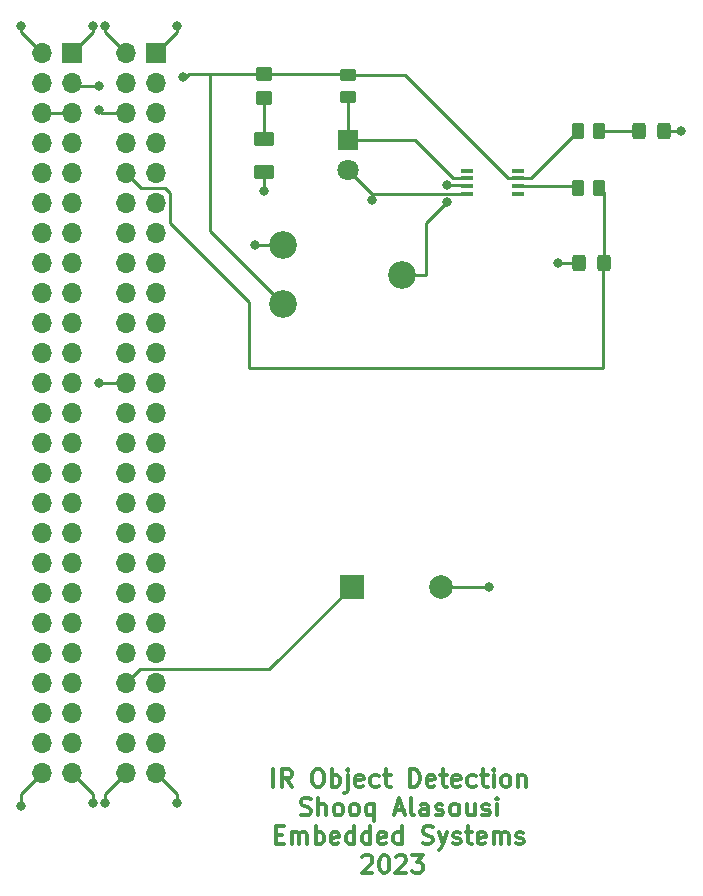
<source format=gbr>
%TF.GenerationSoftware,KiCad,Pcbnew,7.0.1*%
%TF.CreationDate,2023-06-06T22:13:03-06:00*%
%TF.ProjectId,CarSensor,43617253-656e-4736-9f72-2e6b69636164,rev?*%
%TF.SameCoordinates,Original*%
%TF.FileFunction,Copper,L1,Top*%
%TF.FilePolarity,Positive*%
%FSLAX46Y46*%
G04 Gerber Fmt 4.6, Leading zero omitted, Abs format (unit mm)*
G04 Created by KiCad (PCBNEW 7.0.1) date 2023-06-06 22:13:03*
%MOMM*%
%LPD*%
G01*
G04 APERTURE LIST*
G04 Aperture macros list*
%AMRoundRect*
0 Rectangle with rounded corners*
0 $1 Rounding radius*
0 $2 $3 $4 $5 $6 $7 $8 $9 X,Y pos of 4 corners*
0 Add a 4 corners polygon primitive as box body*
4,1,4,$2,$3,$4,$5,$6,$7,$8,$9,$2,$3,0*
0 Add four circle primitives for the rounded corners*
1,1,$1+$1,$2,$3*
1,1,$1+$1,$4,$5*
1,1,$1+$1,$6,$7*
1,1,$1+$1,$8,$9*
0 Add four rect primitives between the rounded corners*
20,1,$1+$1,$2,$3,$4,$5,0*
20,1,$1+$1,$4,$5,$6,$7,0*
20,1,$1+$1,$6,$7,$8,$9,0*
20,1,$1+$1,$8,$9,$2,$3,0*%
G04 Aperture macros list end*
%ADD10C,0.300000*%
%TA.AperFunction,NonConductor*%
%ADD11C,0.300000*%
%TD*%
%TA.AperFunction,SMDPad,CuDef*%
%ADD12R,1.100000X0.400000*%
%TD*%
%TA.AperFunction,ComponentPad*%
%ADD13C,2.340000*%
%TD*%
%TA.AperFunction,SMDPad,CuDef*%
%ADD14RoundRect,0.250000X-0.262500X-0.450000X0.262500X-0.450000X0.262500X0.450000X-0.262500X0.450000X0*%
%TD*%
%TA.AperFunction,SMDPad,CuDef*%
%ADD15RoundRect,0.250000X-0.450000X0.262500X-0.450000X-0.262500X0.450000X-0.262500X0.450000X0.262500X0*%
%TD*%
%TA.AperFunction,SMDPad,CuDef*%
%ADD16RoundRect,0.250000X-0.450000X0.350000X-0.450000X-0.350000X0.450000X-0.350000X0.450000X0.350000X0*%
%TD*%
%TA.AperFunction,ComponentPad*%
%ADD17R,1.700000X1.700000*%
%TD*%
%TA.AperFunction,ComponentPad*%
%ADD18O,1.700000X1.700000*%
%TD*%
%TA.AperFunction,SMDPad,CuDef*%
%ADD19RoundRect,0.250000X0.325000X0.450000X-0.325000X0.450000X-0.325000X-0.450000X0.325000X-0.450000X0*%
%TD*%
%TA.AperFunction,SMDPad,CuDef*%
%ADD20RoundRect,0.250000X-0.325000X-0.450000X0.325000X-0.450000X0.325000X0.450000X-0.325000X0.450000X0*%
%TD*%
%TA.AperFunction,ComponentPad*%
%ADD21C,1.800000*%
%TD*%
%TA.AperFunction,ComponentPad*%
%ADD22R,1.800000X1.800000*%
%TD*%
%TA.AperFunction,SMDPad,CuDef*%
%ADD23RoundRect,0.250000X0.625000X-0.375000X0.625000X0.375000X-0.625000X0.375000X-0.625000X-0.375000X0*%
%TD*%
%TA.AperFunction,ComponentPad*%
%ADD24R,2.000000X2.000000*%
%TD*%
%TA.AperFunction,ComponentPad*%
%ADD25C,2.000000*%
%TD*%
%TA.AperFunction,ViaPad*%
%ADD26C,0.800000*%
%TD*%
%TA.AperFunction,Conductor*%
%ADD27C,0.250000*%
%TD*%
G04 APERTURE END LIST*
D10*
D11*
X112765428Y-113430428D02*
X112765428Y-111930428D01*
X114336857Y-113430428D02*
X113836857Y-112716142D01*
X113479714Y-113430428D02*
X113479714Y-111930428D01*
X113479714Y-111930428D02*
X114051143Y-111930428D01*
X114051143Y-111930428D02*
X114194000Y-112001857D01*
X114194000Y-112001857D02*
X114265429Y-112073285D01*
X114265429Y-112073285D02*
X114336857Y-112216142D01*
X114336857Y-112216142D02*
X114336857Y-112430428D01*
X114336857Y-112430428D02*
X114265429Y-112573285D01*
X114265429Y-112573285D02*
X114194000Y-112644714D01*
X114194000Y-112644714D02*
X114051143Y-112716142D01*
X114051143Y-112716142D02*
X113479714Y-112716142D01*
X116408286Y-111930428D02*
X116694000Y-111930428D01*
X116694000Y-111930428D02*
X116836857Y-112001857D01*
X116836857Y-112001857D02*
X116979714Y-112144714D01*
X116979714Y-112144714D02*
X117051143Y-112430428D01*
X117051143Y-112430428D02*
X117051143Y-112930428D01*
X117051143Y-112930428D02*
X116979714Y-113216142D01*
X116979714Y-113216142D02*
X116836857Y-113359000D01*
X116836857Y-113359000D02*
X116694000Y-113430428D01*
X116694000Y-113430428D02*
X116408286Y-113430428D01*
X116408286Y-113430428D02*
X116265429Y-113359000D01*
X116265429Y-113359000D02*
X116122571Y-113216142D01*
X116122571Y-113216142D02*
X116051143Y-112930428D01*
X116051143Y-112930428D02*
X116051143Y-112430428D01*
X116051143Y-112430428D02*
X116122571Y-112144714D01*
X116122571Y-112144714D02*
X116265429Y-112001857D01*
X116265429Y-112001857D02*
X116408286Y-111930428D01*
X117694000Y-113430428D02*
X117694000Y-111930428D01*
X117694000Y-112501857D02*
X117836858Y-112430428D01*
X117836858Y-112430428D02*
X118122572Y-112430428D01*
X118122572Y-112430428D02*
X118265429Y-112501857D01*
X118265429Y-112501857D02*
X118336858Y-112573285D01*
X118336858Y-112573285D02*
X118408286Y-112716142D01*
X118408286Y-112716142D02*
X118408286Y-113144714D01*
X118408286Y-113144714D02*
X118336858Y-113287571D01*
X118336858Y-113287571D02*
X118265429Y-113359000D01*
X118265429Y-113359000D02*
X118122572Y-113430428D01*
X118122572Y-113430428D02*
X117836858Y-113430428D01*
X117836858Y-113430428D02*
X117694000Y-113359000D01*
X119051143Y-112430428D02*
X119051143Y-113716142D01*
X119051143Y-113716142D02*
X118979715Y-113859000D01*
X118979715Y-113859000D02*
X118836858Y-113930428D01*
X118836858Y-113930428D02*
X118765429Y-113930428D01*
X119051143Y-111930428D02*
X118979715Y-112001857D01*
X118979715Y-112001857D02*
X119051143Y-112073285D01*
X119051143Y-112073285D02*
X119122572Y-112001857D01*
X119122572Y-112001857D02*
X119051143Y-111930428D01*
X119051143Y-111930428D02*
X119051143Y-112073285D01*
X120336858Y-113359000D02*
X120194001Y-113430428D01*
X120194001Y-113430428D02*
X119908287Y-113430428D01*
X119908287Y-113430428D02*
X119765429Y-113359000D01*
X119765429Y-113359000D02*
X119694001Y-113216142D01*
X119694001Y-113216142D02*
X119694001Y-112644714D01*
X119694001Y-112644714D02*
X119765429Y-112501857D01*
X119765429Y-112501857D02*
X119908287Y-112430428D01*
X119908287Y-112430428D02*
X120194001Y-112430428D01*
X120194001Y-112430428D02*
X120336858Y-112501857D01*
X120336858Y-112501857D02*
X120408287Y-112644714D01*
X120408287Y-112644714D02*
X120408287Y-112787571D01*
X120408287Y-112787571D02*
X119694001Y-112930428D01*
X121694001Y-113359000D02*
X121551143Y-113430428D01*
X121551143Y-113430428D02*
X121265429Y-113430428D01*
X121265429Y-113430428D02*
X121122572Y-113359000D01*
X121122572Y-113359000D02*
X121051143Y-113287571D01*
X121051143Y-113287571D02*
X120979715Y-113144714D01*
X120979715Y-113144714D02*
X120979715Y-112716142D01*
X120979715Y-112716142D02*
X121051143Y-112573285D01*
X121051143Y-112573285D02*
X121122572Y-112501857D01*
X121122572Y-112501857D02*
X121265429Y-112430428D01*
X121265429Y-112430428D02*
X121551143Y-112430428D01*
X121551143Y-112430428D02*
X121694001Y-112501857D01*
X122122572Y-112430428D02*
X122694000Y-112430428D01*
X122336857Y-111930428D02*
X122336857Y-113216142D01*
X122336857Y-113216142D02*
X122408286Y-113359000D01*
X122408286Y-113359000D02*
X122551143Y-113430428D01*
X122551143Y-113430428D02*
X122694000Y-113430428D01*
X124336857Y-113430428D02*
X124336857Y-111930428D01*
X124336857Y-111930428D02*
X124694000Y-111930428D01*
X124694000Y-111930428D02*
X124908286Y-112001857D01*
X124908286Y-112001857D02*
X125051143Y-112144714D01*
X125051143Y-112144714D02*
X125122572Y-112287571D01*
X125122572Y-112287571D02*
X125194000Y-112573285D01*
X125194000Y-112573285D02*
X125194000Y-112787571D01*
X125194000Y-112787571D02*
X125122572Y-113073285D01*
X125122572Y-113073285D02*
X125051143Y-113216142D01*
X125051143Y-113216142D02*
X124908286Y-113359000D01*
X124908286Y-113359000D02*
X124694000Y-113430428D01*
X124694000Y-113430428D02*
X124336857Y-113430428D01*
X126408286Y-113359000D02*
X126265429Y-113430428D01*
X126265429Y-113430428D02*
X125979715Y-113430428D01*
X125979715Y-113430428D02*
X125836857Y-113359000D01*
X125836857Y-113359000D02*
X125765429Y-113216142D01*
X125765429Y-113216142D02*
X125765429Y-112644714D01*
X125765429Y-112644714D02*
X125836857Y-112501857D01*
X125836857Y-112501857D02*
X125979715Y-112430428D01*
X125979715Y-112430428D02*
X126265429Y-112430428D01*
X126265429Y-112430428D02*
X126408286Y-112501857D01*
X126408286Y-112501857D02*
X126479715Y-112644714D01*
X126479715Y-112644714D02*
X126479715Y-112787571D01*
X126479715Y-112787571D02*
X125765429Y-112930428D01*
X126908286Y-112430428D02*
X127479714Y-112430428D01*
X127122571Y-111930428D02*
X127122571Y-113216142D01*
X127122571Y-113216142D02*
X127194000Y-113359000D01*
X127194000Y-113359000D02*
X127336857Y-113430428D01*
X127336857Y-113430428D02*
X127479714Y-113430428D01*
X128551143Y-113359000D02*
X128408286Y-113430428D01*
X128408286Y-113430428D02*
X128122572Y-113430428D01*
X128122572Y-113430428D02*
X127979714Y-113359000D01*
X127979714Y-113359000D02*
X127908286Y-113216142D01*
X127908286Y-113216142D02*
X127908286Y-112644714D01*
X127908286Y-112644714D02*
X127979714Y-112501857D01*
X127979714Y-112501857D02*
X128122572Y-112430428D01*
X128122572Y-112430428D02*
X128408286Y-112430428D01*
X128408286Y-112430428D02*
X128551143Y-112501857D01*
X128551143Y-112501857D02*
X128622572Y-112644714D01*
X128622572Y-112644714D02*
X128622572Y-112787571D01*
X128622572Y-112787571D02*
X127908286Y-112930428D01*
X129908286Y-113359000D02*
X129765428Y-113430428D01*
X129765428Y-113430428D02*
X129479714Y-113430428D01*
X129479714Y-113430428D02*
X129336857Y-113359000D01*
X129336857Y-113359000D02*
X129265428Y-113287571D01*
X129265428Y-113287571D02*
X129194000Y-113144714D01*
X129194000Y-113144714D02*
X129194000Y-112716142D01*
X129194000Y-112716142D02*
X129265428Y-112573285D01*
X129265428Y-112573285D02*
X129336857Y-112501857D01*
X129336857Y-112501857D02*
X129479714Y-112430428D01*
X129479714Y-112430428D02*
X129765428Y-112430428D01*
X129765428Y-112430428D02*
X129908286Y-112501857D01*
X130336857Y-112430428D02*
X130908285Y-112430428D01*
X130551142Y-111930428D02*
X130551142Y-113216142D01*
X130551142Y-113216142D02*
X130622571Y-113359000D01*
X130622571Y-113359000D02*
X130765428Y-113430428D01*
X130765428Y-113430428D02*
X130908285Y-113430428D01*
X131408285Y-113430428D02*
X131408285Y-112430428D01*
X131408285Y-111930428D02*
X131336857Y-112001857D01*
X131336857Y-112001857D02*
X131408285Y-112073285D01*
X131408285Y-112073285D02*
X131479714Y-112001857D01*
X131479714Y-112001857D02*
X131408285Y-111930428D01*
X131408285Y-111930428D02*
X131408285Y-112073285D01*
X132336857Y-113430428D02*
X132194000Y-113359000D01*
X132194000Y-113359000D02*
X132122571Y-113287571D01*
X132122571Y-113287571D02*
X132051143Y-113144714D01*
X132051143Y-113144714D02*
X132051143Y-112716142D01*
X132051143Y-112716142D02*
X132122571Y-112573285D01*
X132122571Y-112573285D02*
X132194000Y-112501857D01*
X132194000Y-112501857D02*
X132336857Y-112430428D01*
X132336857Y-112430428D02*
X132551143Y-112430428D01*
X132551143Y-112430428D02*
X132694000Y-112501857D01*
X132694000Y-112501857D02*
X132765429Y-112573285D01*
X132765429Y-112573285D02*
X132836857Y-112716142D01*
X132836857Y-112716142D02*
X132836857Y-113144714D01*
X132836857Y-113144714D02*
X132765429Y-113287571D01*
X132765429Y-113287571D02*
X132694000Y-113359000D01*
X132694000Y-113359000D02*
X132551143Y-113430428D01*
X132551143Y-113430428D02*
X132336857Y-113430428D01*
X133479714Y-112430428D02*
X133479714Y-113430428D01*
X133479714Y-112573285D02*
X133551143Y-112501857D01*
X133551143Y-112501857D02*
X133694000Y-112430428D01*
X133694000Y-112430428D02*
X133908286Y-112430428D01*
X133908286Y-112430428D02*
X134051143Y-112501857D01*
X134051143Y-112501857D02*
X134122572Y-112644714D01*
X134122572Y-112644714D02*
X134122572Y-113430428D01*
X115086857Y-115789000D02*
X115301143Y-115860428D01*
X115301143Y-115860428D02*
X115658285Y-115860428D01*
X115658285Y-115860428D02*
X115801143Y-115789000D01*
X115801143Y-115789000D02*
X115872571Y-115717571D01*
X115872571Y-115717571D02*
X115944000Y-115574714D01*
X115944000Y-115574714D02*
X115944000Y-115431857D01*
X115944000Y-115431857D02*
X115872571Y-115289000D01*
X115872571Y-115289000D02*
X115801143Y-115217571D01*
X115801143Y-115217571D02*
X115658285Y-115146142D01*
X115658285Y-115146142D02*
X115372571Y-115074714D01*
X115372571Y-115074714D02*
X115229714Y-115003285D01*
X115229714Y-115003285D02*
X115158285Y-114931857D01*
X115158285Y-114931857D02*
X115086857Y-114789000D01*
X115086857Y-114789000D02*
X115086857Y-114646142D01*
X115086857Y-114646142D02*
X115158285Y-114503285D01*
X115158285Y-114503285D02*
X115229714Y-114431857D01*
X115229714Y-114431857D02*
X115372571Y-114360428D01*
X115372571Y-114360428D02*
X115729714Y-114360428D01*
X115729714Y-114360428D02*
X115944000Y-114431857D01*
X116586856Y-115860428D02*
X116586856Y-114360428D01*
X117229714Y-115860428D02*
X117229714Y-115074714D01*
X117229714Y-115074714D02*
X117158285Y-114931857D01*
X117158285Y-114931857D02*
X117015428Y-114860428D01*
X117015428Y-114860428D02*
X116801142Y-114860428D01*
X116801142Y-114860428D02*
X116658285Y-114931857D01*
X116658285Y-114931857D02*
X116586856Y-115003285D01*
X118158285Y-115860428D02*
X118015428Y-115789000D01*
X118015428Y-115789000D02*
X117943999Y-115717571D01*
X117943999Y-115717571D02*
X117872571Y-115574714D01*
X117872571Y-115574714D02*
X117872571Y-115146142D01*
X117872571Y-115146142D02*
X117943999Y-115003285D01*
X117943999Y-115003285D02*
X118015428Y-114931857D01*
X118015428Y-114931857D02*
X118158285Y-114860428D01*
X118158285Y-114860428D02*
X118372571Y-114860428D01*
X118372571Y-114860428D02*
X118515428Y-114931857D01*
X118515428Y-114931857D02*
X118586857Y-115003285D01*
X118586857Y-115003285D02*
X118658285Y-115146142D01*
X118658285Y-115146142D02*
X118658285Y-115574714D01*
X118658285Y-115574714D02*
X118586857Y-115717571D01*
X118586857Y-115717571D02*
X118515428Y-115789000D01*
X118515428Y-115789000D02*
X118372571Y-115860428D01*
X118372571Y-115860428D02*
X118158285Y-115860428D01*
X119515428Y-115860428D02*
X119372571Y-115789000D01*
X119372571Y-115789000D02*
X119301142Y-115717571D01*
X119301142Y-115717571D02*
X119229714Y-115574714D01*
X119229714Y-115574714D02*
X119229714Y-115146142D01*
X119229714Y-115146142D02*
X119301142Y-115003285D01*
X119301142Y-115003285D02*
X119372571Y-114931857D01*
X119372571Y-114931857D02*
X119515428Y-114860428D01*
X119515428Y-114860428D02*
X119729714Y-114860428D01*
X119729714Y-114860428D02*
X119872571Y-114931857D01*
X119872571Y-114931857D02*
X119944000Y-115003285D01*
X119944000Y-115003285D02*
X120015428Y-115146142D01*
X120015428Y-115146142D02*
X120015428Y-115574714D01*
X120015428Y-115574714D02*
X119944000Y-115717571D01*
X119944000Y-115717571D02*
X119872571Y-115789000D01*
X119872571Y-115789000D02*
X119729714Y-115860428D01*
X119729714Y-115860428D02*
X119515428Y-115860428D01*
X121301143Y-114860428D02*
X121301143Y-116360428D01*
X121301143Y-115789000D02*
X121158285Y-115860428D01*
X121158285Y-115860428D02*
X120872571Y-115860428D01*
X120872571Y-115860428D02*
X120729714Y-115789000D01*
X120729714Y-115789000D02*
X120658285Y-115717571D01*
X120658285Y-115717571D02*
X120586857Y-115574714D01*
X120586857Y-115574714D02*
X120586857Y-115146142D01*
X120586857Y-115146142D02*
X120658285Y-115003285D01*
X120658285Y-115003285D02*
X120729714Y-114931857D01*
X120729714Y-114931857D02*
X120872571Y-114860428D01*
X120872571Y-114860428D02*
X121158285Y-114860428D01*
X121158285Y-114860428D02*
X121301143Y-114931857D01*
X123086857Y-115431857D02*
X123801143Y-115431857D01*
X122944000Y-115860428D02*
X123444000Y-114360428D01*
X123444000Y-114360428D02*
X123944000Y-115860428D01*
X124658285Y-115860428D02*
X124515428Y-115789000D01*
X124515428Y-115789000D02*
X124443999Y-115646142D01*
X124443999Y-115646142D02*
X124443999Y-114360428D01*
X125872571Y-115860428D02*
X125872571Y-115074714D01*
X125872571Y-115074714D02*
X125801142Y-114931857D01*
X125801142Y-114931857D02*
X125658285Y-114860428D01*
X125658285Y-114860428D02*
X125372571Y-114860428D01*
X125372571Y-114860428D02*
X125229713Y-114931857D01*
X125872571Y-115789000D02*
X125729713Y-115860428D01*
X125729713Y-115860428D02*
X125372571Y-115860428D01*
X125372571Y-115860428D02*
X125229713Y-115789000D01*
X125229713Y-115789000D02*
X125158285Y-115646142D01*
X125158285Y-115646142D02*
X125158285Y-115503285D01*
X125158285Y-115503285D02*
X125229713Y-115360428D01*
X125229713Y-115360428D02*
X125372571Y-115289000D01*
X125372571Y-115289000D02*
X125729713Y-115289000D01*
X125729713Y-115289000D02*
X125872571Y-115217571D01*
X126515428Y-115789000D02*
X126658285Y-115860428D01*
X126658285Y-115860428D02*
X126943999Y-115860428D01*
X126943999Y-115860428D02*
X127086856Y-115789000D01*
X127086856Y-115789000D02*
X127158285Y-115646142D01*
X127158285Y-115646142D02*
X127158285Y-115574714D01*
X127158285Y-115574714D02*
X127086856Y-115431857D01*
X127086856Y-115431857D02*
X126943999Y-115360428D01*
X126943999Y-115360428D02*
X126729714Y-115360428D01*
X126729714Y-115360428D02*
X126586856Y-115289000D01*
X126586856Y-115289000D02*
X126515428Y-115146142D01*
X126515428Y-115146142D02*
X126515428Y-115074714D01*
X126515428Y-115074714D02*
X126586856Y-114931857D01*
X126586856Y-114931857D02*
X126729714Y-114860428D01*
X126729714Y-114860428D02*
X126943999Y-114860428D01*
X126943999Y-114860428D02*
X127086856Y-114931857D01*
X128015428Y-115860428D02*
X127872571Y-115789000D01*
X127872571Y-115789000D02*
X127801142Y-115717571D01*
X127801142Y-115717571D02*
X127729714Y-115574714D01*
X127729714Y-115574714D02*
X127729714Y-115146142D01*
X127729714Y-115146142D02*
X127801142Y-115003285D01*
X127801142Y-115003285D02*
X127872571Y-114931857D01*
X127872571Y-114931857D02*
X128015428Y-114860428D01*
X128015428Y-114860428D02*
X128229714Y-114860428D01*
X128229714Y-114860428D02*
X128372571Y-114931857D01*
X128372571Y-114931857D02*
X128444000Y-115003285D01*
X128444000Y-115003285D02*
X128515428Y-115146142D01*
X128515428Y-115146142D02*
X128515428Y-115574714D01*
X128515428Y-115574714D02*
X128444000Y-115717571D01*
X128444000Y-115717571D02*
X128372571Y-115789000D01*
X128372571Y-115789000D02*
X128229714Y-115860428D01*
X128229714Y-115860428D02*
X128015428Y-115860428D01*
X129801143Y-114860428D02*
X129801143Y-115860428D01*
X129158285Y-114860428D02*
X129158285Y-115646142D01*
X129158285Y-115646142D02*
X129229714Y-115789000D01*
X129229714Y-115789000D02*
X129372571Y-115860428D01*
X129372571Y-115860428D02*
X129586857Y-115860428D01*
X129586857Y-115860428D02*
X129729714Y-115789000D01*
X129729714Y-115789000D02*
X129801143Y-115717571D01*
X130444000Y-115789000D02*
X130586857Y-115860428D01*
X130586857Y-115860428D02*
X130872571Y-115860428D01*
X130872571Y-115860428D02*
X131015428Y-115789000D01*
X131015428Y-115789000D02*
X131086857Y-115646142D01*
X131086857Y-115646142D02*
X131086857Y-115574714D01*
X131086857Y-115574714D02*
X131015428Y-115431857D01*
X131015428Y-115431857D02*
X130872571Y-115360428D01*
X130872571Y-115360428D02*
X130658286Y-115360428D01*
X130658286Y-115360428D02*
X130515428Y-115289000D01*
X130515428Y-115289000D02*
X130444000Y-115146142D01*
X130444000Y-115146142D02*
X130444000Y-115074714D01*
X130444000Y-115074714D02*
X130515428Y-114931857D01*
X130515428Y-114931857D02*
X130658286Y-114860428D01*
X130658286Y-114860428D02*
X130872571Y-114860428D01*
X130872571Y-114860428D02*
X131015428Y-114931857D01*
X131729714Y-115860428D02*
X131729714Y-114860428D01*
X131729714Y-114360428D02*
X131658286Y-114431857D01*
X131658286Y-114431857D02*
X131729714Y-114503285D01*
X131729714Y-114503285D02*
X131801143Y-114431857D01*
X131801143Y-114431857D02*
X131729714Y-114360428D01*
X131729714Y-114360428D02*
X131729714Y-114503285D01*
X112979714Y-117504714D02*
X113479714Y-117504714D01*
X113694000Y-118290428D02*
X112979714Y-118290428D01*
X112979714Y-118290428D02*
X112979714Y-116790428D01*
X112979714Y-116790428D02*
X113694000Y-116790428D01*
X114336857Y-118290428D02*
X114336857Y-117290428D01*
X114336857Y-117433285D02*
X114408286Y-117361857D01*
X114408286Y-117361857D02*
X114551143Y-117290428D01*
X114551143Y-117290428D02*
X114765429Y-117290428D01*
X114765429Y-117290428D02*
X114908286Y-117361857D01*
X114908286Y-117361857D02*
X114979715Y-117504714D01*
X114979715Y-117504714D02*
X114979715Y-118290428D01*
X114979715Y-117504714D02*
X115051143Y-117361857D01*
X115051143Y-117361857D02*
X115194000Y-117290428D01*
X115194000Y-117290428D02*
X115408286Y-117290428D01*
X115408286Y-117290428D02*
X115551143Y-117361857D01*
X115551143Y-117361857D02*
X115622572Y-117504714D01*
X115622572Y-117504714D02*
X115622572Y-118290428D01*
X116336857Y-118290428D02*
X116336857Y-116790428D01*
X116336857Y-117361857D02*
X116479715Y-117290428D01*
X116479715Y-117290428D02*
X116765429Y-117290428D01*
X116765429Y-117290428D02*
X116908286Y-117361857D01*
X116908286Y-117361857D02*
X116979715Y-117433285D01*
X116979715Y-117433285D02*
X117051143Y-117576142D01*
X117051143Y-117576142D02*
X117051143Y-118004714D01*
X117051143Y-118004714D02*
X116979715Y-118147571D01*
X116979715Y-118147571D02*
X116908286Y-118219000D01*
X116908286Y-118219000D02*
X116765429Y-118290428D01*
X116765429Y-118290428D02*
X116479715Y-118290428D01*
X116479715Y-118290428D02*
X116336857Y-118219000D01*
X118265429Y-118219000D02*
X118122572Y-118290428D01*
X118122572Y-118290428D02*
X117836858Y-118290428D01*
X117836858Y-118290428D02*
X117694000Y-118219000D01*
X117694000Y-118219000D02*
X117622572Y-118076142D01*
X117622572Y-118076142D02*
X117622572Y-117504714D01*
X117622572Y-117504714D02*
X117694000Y-117361857D01*
X117694000Y-117361857D02*
X117836858Y-117290428D01*
X117836858Y-117290428D02*
X118122572Y-117290428D01*
X118122572Y-117290428D02*
X118265429Y-117361857D01*
X118265429Y-117361857D02*
X118336858Y-117504714D01*
X118336858Y-117504714D02*
X118336858Y-117647571D01*
X118336858Y-117647571D02*
X117622572Y-117790428D01*
X119622572Y-118290428D02*
X119622572Y-116790428D01*
X119622572Y-118219000D02*
X119479714Y-118290428D01*
X119479714Y-118290428D02*
X119194000Y-118290428D01*
X119194000Y-118290428D02*
X119051143Y-118219000D01*
X119051143Y-118219000D02*
X118979714Y-118147571D01*
X118979714Y-118147571D02*
X118908286Y-118004714D01*
X118908286Y-118004714D02*
X118908286Y-117576142D01*
X118908286Y-117576142D02*
X118979714Y-117433285D01*
X118979714Y-117433285D02*
X119051143Y-117361857D01*
X119051143Y-117361857D02*
X119194000Y-117290428D01*
X119194000Y-117290428D02*
X119479714Y-117290428D01*
X119479714Y-117290428D02*
X119622572Y-117361857D01*
X120979715Y-118290428D02*
X120979715Y-116790428D01*
X120979715Y-118219000D02*
X120836857Y-118290428D01*
X120836857Y-118290428D02*
X120551143Y-118290428D01*
X120551143Y-118290428D02*
X120408286Y-118219000D01*
X120408286Y-118219000D02*
X120336857Y-118147571D01*
X120336857Y-118147571D02*
X120265429Y-118004714D01*
X120265429Y-118004714D02*
X120265429Y-117576142D01*
X120265429Y-117576142D02*
X120336857Y-117433285D01*
X120336857Y-117433285D02*
X120408286Y-117361857D01*
X120408286Y-117361857D02*
X120551143Y-117290428D01*
X120551143Y-117290428D02*
X120836857Y-117290428D01*
X120836857Y-117290428D02*
X120979715Y-117361857D01*
X122265429Y-118219000D02*
X122122572Y-118290428D01*
X122122572Y-118290428D02*
X121836858Y-118290428D01*
X121836858Y-118290428D02*
X121694000Y-118219000D01*
X121694000Y-118219000D02*
X121622572Y-118076142D01*
X121622572Y-118076142D02*
X121622572Y-117504714D01*
X121622572Y-117504714D02*
X121694000Y-117361857D01*
X121694000Y-117361857D02*
X121836858Y-117290428D01*
X121836858Y-117290428D02*
X122122572Y-117290428D01*
X122122572Y-117290428D02*
X122265429Y-117361857D01*
X122265429Y-117361857D02*
X122336858Y-117504714D01*
X122336858Y-117504714D02*
X122336858Y-117647571D01*
X122336858Y-117647571D02*
X121622572Y-117790428D01*
X123622572Y-118290428D02*
X123622572Y-116790428D01*
X123622572Y-118219000D02*
X123479714Y-118290428D01*
X123479714Y-118290428D02*
X123194000Y-118290428D01*
X123194000Y-118290428D02*
X123051143Y-118219000D01*
X123051143Y-118219000D02*
X122979714Y-118147571D01*
X122979714Y-118147571D02*
X122908286Y-118004714D01*
X122908286Y-118004714D02*
X122908286Y-117576142D01*
X122908286Y-117576142D02*
X122979714Y-117433285D01*
X122979714Y-117433285D02*
X123051143Y-117361857D01*
X123051143Y-117361857D02*
X123194000Y-117290428D01*
X123194000Y-117290428D02*
X123479714Y-117290428D01*
X123479714Y-117290428D02*
X123622572Y-117361857D01*
X125408286Y-118219000D02*
X125622572Y-118290428D01*
X125622572Y-118290428D02*
X125979714Y-118290428D01*
X125979714Y-118290428D02*
X126122572Y-118219000D01*
X126122572Y-118219000D02*
X126194000Y-118147571D01*
X126194000Y-118147571D02*
X126265429Y-118004714D01*
X126265429Y-118004714D02*
X126265429Y-117861857D01*
X126265429Y-117861857D02*
X126194000Y-117719000D01*
X126194000Y-117719000D02*
X126122572Y-117647571D01*
X126122572Y-117647571D02*
X125979714Y-117576142D01*
X125979714Y-117576142D02*
X125694000Y-117504714D01*
X125694000Y-117504714D02*
X125551143Y-117433285D01*
X125551143Y-117433285D02*
X125479714Y-117361857D01*
X125479714Y-117361857D02*
X125408286Y-117219000D01*
X125408286Y-117219000D02*
X125408286Y-117076142D01*
X125408286Y-117076142D02*
X125479714Y-116933285D01*
X125479714Y-116933285D02*
X125551143Y-116861857D01*
X125551143Y-116861857D02*
X125694000Y-116790428D01*
X125694000Y-116790428D02*
X126051143Y-116790428D01*
X126051143Y-116790428D02*
X126265429Y-116861857D01*
X126765428Y-117290428D02*
X127122571Y-118290428D01*
X127479714Y-117290428D02*
X127122571Y-118290428D01*
X127122571Y-118290428D02*
X126979714Y-118647571D01*
X126979714Y-118647571D02*
X126908285Y-118719000D01*
X126908285Y-118719000D02*
X126765428Y-118790428D01*
X127979714Y-118219000D02*
X128122571Y-118290428D01*
X128122571Y-118290428D02*
X128408285Y-118290428D01*
X128408285Y-118290428D02*
X128551142Y-118219000D01*
X128551142Y-118219000D02*
X128622571Y-118076142D01*
X128622571Y-118076142D02*
X128622571Y-118004714D01*
X128622571Y-118004714D02*
X128551142Y-117861857D01*
X128551142Y-117861857D02*
X128408285Y-117790428D01*
X128408285Y-117790428D02*
X128194000Y-117790428D01*
X128194000Y-117790428D02*
X128051142Y-117719000D01*
X128051142Y-117719000D02*
X127979714Y-117576142D01*
X127979714Y-117576142D02*
X127979714Y-117504714D01*
X127979714Y-117504714D02*
X128051142Y-117361857D01*
X128051142Y-117361857D02*
X128194000Y-117290428D01*
X128194000Y-117290428D02*
X128408285Y-117290428D01*
X128408285Y-117290428D02*
X128551142Y-117361857D01*
X129051143Y-117290428D02*
X129622571Y-117290428D01*
X129265428Y-116790428D02*
X129265428Y-118076142D01*
X129265428Y-118076142D02*
X129336857Y-118219000D01*
X129336857Y-118219000D02*
X129479714Y-118290428D01*
X129479714Y-118290428D02*
X129622571Y-118290428D01*
X130694000Y-118219000D02*
X130551143Y-118290428D01*
X130551143Y-118290428D02*
X130265429Y-118290428D01*
X130265429Y-118290428D02*
X130122571Y-118219000D01*
X130122571Y-118219000D02*
X130051143Y-118076142D01*
X130051143Y-118076142D02*
X130051143Y-117504714D01*
X130051143Y-117504714D02*
X130122571Y-117361857D01*
X130122571Y-117361857D02*
X130265429Y-117290428D01*
X130265429Y-117290428D02*
X130551143Y-117290428D01*
X130551143Y-117290428D02*
X130694000Y-117361857D01*
X130694000Y-117361857D02*
X130765429Y-117504714D01*
X130765429Y-117504714D02*
X130765429Y-117647571D01*
X130765429Y-117647571D02*
X130051143Y-117790428D01*
X131408285Y-118290428D02*
X131408285Y-117290428D01*
X131408285Y-117433285D02*
X131479714Y-117361857D01*
X131479714Y-117361857D02*
X131622571Y-117290428D01*
X131622571Y-117290428D02*
X131836857Y-117290428D01*
X131836857Y-117290428D02*
X131979714Y-117361857D01*
X131979714Y-117361857D02*
X132051143Y-117504714D01*
X132051143Y-117504714D02*
X132051143Y-118290428D01*
X132051143Y-117504714D02*
X132122571Y-117361857D01*
X132122571Y-117361857D02*
X132265428Y-117290428D01*
X132265428Y-117290428D02*
X132479714Y-117290428D01*
X132479714Y-117290428D02*
X132622571Y-117361857D01*
X132622571Y-117361857D02*
X132694000Y-117504714D01*
X132694000Y-117504714D02*
X132694000Y-118290428D01*
X133336857Y-118219000D02*
X133479714Y-118290428D01*
X133479714Y-118290428D02*
X133765428Y-118290428D01*
X133765428Y-118290428D02*
X133908285Y-118219000D01*
X133908285Y-118219000D02*
X133979714Y-118076142D01*
X133979714Y-118076142D02*
X133979714Y-118004714D01*
X133979714Y-118004714D02*
X133908285Y-117861857D01*
X133908285Y-117861857D02*
X133765428Y-117790428D01*
X133765428Y-117790428D02*
X133551143Y-117790428D01*
X133551143Y-117790428D02*
X133408285Y-117719000D01*
X133408285Y-117719000D02*
X133336857Y-117576142D01*
X133336857Y-117576142D02*
X133336857Y-117504714D01*
X133336857Y-117504714D02*
X133408285Y-117361857D01*
X133408285Y-117361857D02*
X133551143Y-117290428D01*
X133551143Y-117290428D02*
X133765428Y-117290428D01*
X133765428Y-117290428D02*
X133908285Y-117361857D01*
X120301144Y-119363285D02*
X120372572Y-119291857D01*
X120372572Y-119291857D02*
X120515430Y-119220428D01*
X120515430Y-119220428D02*
X120872572Y-119220428D01*
X120872572Y-119220428D02*
X121015430Y-119291857D01*
X121015430Y-119291857D02*
X121086858Y-119363285D01*
X121086858Y-119363285D02*
X121158287Y-119506142D01*
X121158287Y-119506142D02*
X121158287Y-119649000D01*
X121158287Y-119649000D02*
X121086858Y-119863285D01*
X121086858Y-119863285D02*
X120229715Y-120720428D01*
X120229715Y-120720428D02*
X121158287Y-120720428D01*
X122086858Y-119220428D02*
X122229715Y-119220428D01*
X122229715Y-119220428D02*
X122372572Y-119291857D01*
X122372572Y-119291857D02*
X122444001Y-119363285D01*
X122444001Y-119363285D02*
X122515429Y-119506142D01*
X122515429Y-119506142D02*
X122586858Y-119791857D01*
X122586858Y-119791857D02*
X122586858Y-120149000D01*
X122586858Y-120149000D02*
X122515429Y-120434714D01*
X122515429Y-120434714D02*
X122444001Y-120577571D01*
X122444001Y-120577571D02*
X122372572Y-120649000D01*
X122372572Y-120649000D02*
X122229715Y-120720428D01*
X122229715Y-120720428D02*
X122086858Y-120720428D01*
X122086858Y-120720428D02*
X121944001Y-120649000D01*
X121944001Y-120649000D02*
X121872572Y-120577571D01*
X121872572Y-120577571D02*
X121801143Y-120434714D01*
X121801143Y-120434714D02*
X121729715Y-120149000D01*
X121729715Y-120149000D02*
X121729715Y-119791857D01*
X121729715Y-119791857D02*
X121801143Y-119506142D01*
X121801143Y-119506142D02*
X121872572Y-119363285D01*
X121872572Y-119363285D02*
X121944001Y-119291857D01*
X121944001Y-119291857D02*
X122086858Y-119220428D01*
X123158286Y-119363285D02*
X123229714Y-119291857D01*
X123229714Y-119291857D02*
X123372572Y-119220428D01*
X123372572Y-119220428D02*
X123729714Y-119220428D01*
X123729714Y-119220428D02*
X123872572Y-119291857D01*
X123872572Y-119291857D02*
X123944000Y-119363285D01*
X123944000Y-119363285D02*
X124015429Y-119506142D01*
X124015429Y-119506142D02*
X124015429Y-119649000D01*
X124015429Y-119649000D02*
X123944000Y-119863285D01*
X123944000Y-119863285D02*
X123086857Y-120720428D01*
X123086857Y-120720428D02*
X124015429Y-120720428D01*
X124515428Y-119220428D02*
X125444000Y-119220428D01*
X125444000Y-119220428D02*
X124944000Y-119791857D01*
X124944000Y-119791857D02*
X125158285Y-119791857D01*
X125158285Y-119791857D02*
X125301143Y-119863285D01*
X125301143Y-119863285D02*
X125372571Y-119934714D01*
X125372571Y-119934714D02*
X125444000Y-120077571D01*
X125444000Y-120077571D02*
X125444000Y-120434714D01*
X125444000Y-120434714D02*
X125372571Y-120577571D01*
X125372571Y-120577571D02*
X125301143Y-120649000D01*
X125301143Y-120649000D02*
X125158285Y-120720428D01*
X125158285Y-120720428D02*
X124729714Y-120720428D01*
X124729714Y-120720428D02*
X124586857Y-120649000D01*
X124586857Y-120649000D02*
X124515428Y-120577571D01*
D12*
%TO.P,U1,8,NC*%
%TO.N,unconnected-(U1-NC-Pad8)*%
X133468000Y-61255000D03*
%TO.P,U1,7,V+*%
%TO.N,VDD*%
X133468000Y-61905000D03*
%TO.P,U1,6*%
%TO.N,Net-(R3-Pad1)*%
X133468000Y-62555000D03*
%TO.P,U1,5,NULL*%
%TO.N,unconnected-(U1-NULL-Pad5)*%
X133468000Y-63205000D03*
%TO.P,U1,4,V-*%
%TO.N,GND*%
X129168000Y-63205000D03*
%TO.P,U1,3,+*%
%TO.N,Net-(U1-+)*%
X129168000Y-62555000D03*
%TO.P,U1,2,-*%
%TO.N,Net-(D2-K)*%
X129168000Y-61905000D03*
%TO.P,U1,1,NULL*%
%TO.N,unconnected-(U1-NULL-Pad1)*%
X129168000Y-61255000D03*
%TD*%
D13*
%TO.P,RV1,3,3*%
%TO.N,GND*%
X113618000Y-67579000D03*
%TO.P,RV1,2,2*%
%TO.N,Net-(U1-+)*%
X123618000Y-70079000D03*
%TO.P,RV1,1,1*%
%TO.N,VDD*%
X113618000Y-72579000D03*
%TD*%
D14*
%TO.P,R4,2*%
%TO.N,Net-(D4-A)*%
X140358500Y-57912000D03*
%TO.P,R4,1*%
%TO.N,VDD*%
X138533500Y-57912000D03*
%TD*%
%TO.P,R3,2*%
%TO.N,IR_OUTPUT*%
X140358500Y-62738000D03*
%TO.P,R3,1*%
%TO.N,Net-(R3-Pad1)*%
X138533500Y-62738000D03*
%TD*%
D15*
%TO.P,R2,2*%
%TO.N,Net-(D2-K)*%
X119126000Y-55014500D03*
%TO.P,R2,1*%
%TO.N,VDD*%
X119126000Y-53189500D03*
%TD*%
D16*
%TO.P,R1,2*%
%TO.N,Net-(D1-A)*%
X112014000Y-55102000D03*
%TO.P,R1,1*%
%TO.N,VDD*%
X112014000Y-53102000D03*
%TD*%
D17*
%TO.P,P2,1,Pin_1*%
%TO.N,GND*%
X95758000Y-51308000D03*
D18*
%TO.P,P2,2,Pin_2*%
X93218000Y-51308000D03*
%TO.P,P2,3,Pin_3*%
%TO.N,VDD*%
X95758000Y-53848000D03*
%TO.P,P2,4,Pin_4*%
%TO.N,+5V*%
X93218000Y-53848000D03*
%TO.P,P2,5,Pin_5*%
%TO.N,+3V0*%
X95758000Y-56388000D03*
%TO.P,P2,6,Pin_6*%
X93218000Y-56388000D03*
%TO.P,P2,7,Pin_7*%
%TO.N,unconnected-(P2-Pin_7-Pad7)*%
X95758000Y-58928000D03*
%TO.P,P2,8,Pin_8*%
%TO.N,unconnected-(P2-Pin_8-Pad8)*%
X93218000Y-58928000D03*
%TO.P,P2,9,Pin_9*%
%TO.N,unconnected-(P2-Pin_9-Pad9)*%
X95758000Y-61468000D03*
%TO.P,P2,10,Pin_10*%
%TO.N,unconnected-(P2-Pin_10-Pad10)*%
X93218000Y-61468000D03*
%TO.P,P2,11,Pin_11*%
%TO.N,unconnected-(P2-Pin_11-Pad11)*%
X95758000Y-64008000D03*
%TO.P,P2,12,Pin_12*%
%TO.N,unconnected-(P2-Pin_12-Pad12)*%
X93218000Y-64008000D03*
%TO.P,P2,13,Pin_13*%
%TO.N,unconnected-(P2-Pin_13-Pad13)*%
X95758000Y-66548000D03*
%TO.P,P2,14,Pin_14*%
%TO.N,unconnected-(P2-Pin_14-Pad14)*%
X93218000Y-66548000D03*
%TO.P,P2,15,Pin_15*%
%TO.N,unconnected-(P2-Pin_15-Pad15)*%
X95758000Y-69088000D03*
%TO.P,P2,16,Pin_16*%
%TO.N,unconnected-(P2-Pin_16-Pad16)*%
X93218000Y-69088000D03*
%TO.P,P2,17,Pin_17*%
%TO.N,unconnected-(P2-Pin_17-Pad17)*%
X95758000Y-71628000D03*
%TO.P,P2,18,Pin_18*%
%TO.N,unconnected-(P2-Pin_18-Pad18)*%
X93218000Y-71628000D03*
%TO.P,P2,19,Pin_19*%
%TO.N,unconnected-(P2-Pin_19-Pad19)*%
X95758000Y-74168000D03*
%TO.P,P2,20,Pin_20*%
%TO.N,unconnected-(P2-Pin_20-Pad20)*%
X93218000Y-74168000D03*
%TO.P,P2,21,Pin_21*%
%TO.N,unconnected-(P2-Pin_21-Pad21)*%
X95758000Y-76708000D03*
%TO.P,P2,22,Pin_22*%
%TO.N,unconnected-(P2-Pin_22-Pad22)*%
X93218000Y-76708000D03*
%TO.P,P2,23,Pin_23*%
%TO.N,unconnected-(P2-Pin_23-Pad23)*%
X95758000Y-79248000D03*
%TO.P,P2,24,Pin_24*%
%TO.N,unconnected-(P2-Pin_24-Pad24)*%
X93218000Y-79248000D03*
%TO.P,P2,25,Pin_25*%
%TO.N,unconnected-(P2-Pin_25-Pad25)*%
X95758000Y-81788000D03*
%TO.P,P2,26,Pin_26*%
%TO.N,unconnected-(P2-Pin_26-Pad26)*%
X93218000Y-81788000D03*
%TO.P,P2,27,Pin_27*%
%TO.N,unconnected-(P2-Pin_27-Pad27)*%
X95758000Y-84328000D03*
%TO.P,P2,28,Pin_28*%
%TO.N,unconnected-(P2-Pin_28-Pad28)*%
X93218000Y-84328000D03*
%TO.P,P2,29,Pin_29*%
%TO.N,unconnected-(P2-Pin_29-Pad29)*%
X95758000Y-86868000D03*
%TO.P,P2,30,Pin_30*%
%TO.N,unconnected-(P2-Pin_30-Pad30)*%
X93218000Y-86868000D03*
%TO.P,P2,31,Pin_31*%
%TO.N,unconnected-(P2-Pin_31-Pad31)*%
X95758000Y-89408000D03*
%TO.P,P2,32,Pin_32*%
%TO.N,unconnected-(P2-Pin_32-Pad32)*%
X93218000Y-89408000D03*
%TO.P,P2,33,Pin_33*%
%TO.N,unconnected-(P2-Pin_33-Pad33)*%
X95758000Y-91948000D03*
%TO.P,P2,34,Pin_34*%
%TO.N,unconnected-(P2-Pin_34-Pad34)*%
X93218000Y-91948000D03*
%TO.P,P2,35,Pin_35*%
%TO.N,unconnected-(P2-Pin_35-Pad35)*%
X95758000Y-94488000D03*
%TO.P,P2,36,Pin_36*%
%TO.N,unconnected-(P2-Pin_36-Pad36)*%
X93218000Y-94488000D03*
%TO.P,P2,37,Pin_37*%
%TO.N,unconnected-(P2-Pin_37-Pad37)*%
X95758000Y-97028000D03*
%TO.P,P2,38,Pin_38*%
%TO.N,unconnected-(P2-Pin_38-Pad38)*%
X93218000Y-97028000D03*
%TO.P,P2,39,Pin_39*%
%TO.N,unconnected-(P2-Pin_39-Pad39)*%
X95758000Y-99568000D03*
%TO.P,P2,40,Pin_40*%
%TO.N,unconnected-(P2-Pin_40-Pad40)*%
X93218000Y-99568000D03*
%TO.P,P2,41,Pin_41*%
%TO.N,unconnected-(P2-Pin_41-Pad41)*%
X95758000Y-102108000D03*
%TO.P,P2,42,Pin_42*%
%TO.N,unconnected-(P2-Pin_42-Pad42)*%
X93218000Y-102108000D03*
%TO.P,P2,43,Pin_43*%
%TO.N,unconnected-(P2-Pin_43-Pad43)*%
X95758000Y-104648000D03*
%TO.P,P2,44,Pin_44*%
%TO.N,unconnected-(P2-Pin_44-Pad44)*%
X93218000Y-104648000D03*
%TO.P,P2,45,Pin_45*%
%TO.N,unconnected-(P2-Pin_45-Pad45)*%
X95758000Y-107188000D03*
%TO.P,P2,46,Pin_46*%
%TO.N,unconnected-(P2-Pin_46-Pad46)*%
X93218000Y-107188000D03*
%TO.P,P2,47,Pin_47*%
%TO.N,unconnected-(P2-Pin_47-Pad47)*%
X95758000Y-109728000D03*
%TO.P,P2,48,Pin_48*%
%TO.N,unconnected-(P2-Pin_48-Pad48)*%
X93218000Y-109728000D03*
%TO.P,P2,49,Pin_49*%
%TO.N,GND*%
X95758000Y-112268000D03*
%TO.P,P2,50,Pin_50*%
X93218000Y-112268000D03*
%TD*%
D17*
%TO.P,P1,1,Pin_1*%
%TO.N,GND*%
X102870000Y-51308000D03*
D18*
%TO.P,P1,2,Pin_2*%
X100330000Y-51308000D03*
%TO.P,P1,3,Pin_3*%
%TO.N,unconnected-(P1-Pin_3-Pad3)*%
X102870000Y-53848000D03*
%TO.P,P1,4,Pin_4*%
%TO.N,unconnected-(P1-Pin_4-Pad4)*%
X100330000Y-53848000D03*
%TO.P,P1,5,Pin_5*%
%TO.N,unconnected-(P1-Pin_5-Pad5)*%
X102870000Y-56388000D03*
%TO.P,P1,6,Pin_6*%
%TO.N,GND*%
X100330000Y-56388000D03*
%TO.P,P1,7,Pin_7*%
%TO.N,unconnected-(P1-Pin_7-Pad7)*%
X102870000Y-58928000D03*
%TO.P,P1,8,Pin_8*%
%TO.N,unconnected-(P1-Pin_8-Pad8)*%
X100330000Y-58928000D03*
%TO.P,P1,9,Pin_9*%
%TO.N,unconnected-(P1-Pin_9-Pad9)*%
X102870000Y-61468000D03*
%TO.P,P1,10,Pin_10*%
%TO.N,IR_OUTPUT*%
X100330000Y-61468000D03*
%TO.P,P1,11,Pin_11*%
%TO.N,unconnected-(P1-Pin_11-Pad11)*%
X102870000Y-64008000D03*
%TO.P,P1,12,Pin_12*%
%TO.N,unconnected-(P1-Pin_12-Pad12)*%
X100330000Y-64008000D03*
%TO.P,P1,13,Pin_13*%
%TO.N,unconnected-(P1-Pin_13-Pad13)*%
X102870000Y-66548000D03*
%TO.P,P1,14,Pin_14*%
%TO.N,unconnected-(P1-Pin_14-Pad14)*%
X100330000Y-66548000D03*
%TO.P,P1,15,Pin_15*%
%TO.N,unconnected-(P1-Pin_15-Pad15)*%
X102870000Y-69088000D03*
%TO.P,P1,16,Pin_16*%
%TO.N,unconnected-(P1-Pin_16-Pad16)*%
X100330000Y-69088000D03*
%TO.P,P1,17,Pin_17*%
%TO.N,unconnected-(P1-Pin_17-Pad17)*%
X102870000Y-71628000D03*
%TO.P,P1,18,Pin_18*%
%TO.N,unconnected-(P1-Pin_18-Pad18)*%
X100330000Y-71628000D03*
%TO.P,P1,19,Pin_19*%
%TO.N,unconnected-(P1-Pin_19-Pad19)*%
X102870000Y-74168000D03*
%TO.P,P1,20,Pin_20*%
%TO.N,unconnected-(P1-Pin_20-Pad20)*%
X100330000Y-74168000D03*
%TO.P,P1,21,Pin_21*%
%TO.N,unconnected-(P1-Pin_21-Pad21)*%
X102870000Y-76708000D03*
%TO.P,P1,22,Pin_22*%
%TO.N,unconnected-(P1-Pin_22-Pad22)*%
X100330000Y-76708000D03*
%TO.P,P1,23,Pin_23*%
%TO.N,unconnected-(P1-Pin_23-Pad23)*%
X102870000Y-79248000D03*
%TO.P,P1,24,Pin_24*%
%TO.N,GND*%
X100330000Y-79248000D03*
%TO.P,P1,25,Pin_25*%
%TO.N,unconnected-(P1-Pin_25-Pad25)*%
X102870000Y-81788000D03*
%TO.P,P1,26,Pin_26*%
%TO.N,unconnected-(P1-Pin_26-Pad26)*%
X100330000Y-81788000D03*
%TO.P,P1,27,Pin_27*%
%TO.N,unconnected-(P1-Pin_27-Pad27)*%
X102870000Y-84328000D03*
%TO.P,P1,28,Pin_28*%
%TO.N,unconnected-(P1-Pin_28-Pad28)*%
X100330000Y-84328000D03*
%TO.P,P1,29,Pin_29*%
%TO.N,unconnected-(P1-Pin_29-Pad29)*%
X102870000Y-86868000D03*
%TO.P,P1,30,Pin_30*%
%TO.N,unconnected-(P1-Pin_30-Pad30)*%
X100330000Y-86868000D03*
%TO.P,P1,31,Pin_31*%
%TO.N,unconnected-(P1-Pin_31-Pad31)*%
X102870000Y-89408000D03*
%TO.P,P1,32,Pin_32*%
%TO.N,unconnected-(P1-Pin_32-Pad32)*%
X100330000Y-89408000D03*
%TO.P,P1,33,Pin_33*%
%TO.N,unconnected-(P1-Pin_33-Pad33)*%
X102870000Y-91948000D03*
%TO.P,P1,34,Pin_34*%
%TO.N,unconnected-(P1-Pin_34-Pad34)*%
X100330000Y-91948000D03*
%TO.P,P1,35,Pin_35*%
%TO.N,unconnected-(P1-Pin_35-Pad35)*%
X102870000Y-94488000D03*
%TO.P,P1,36,Pin_36*%
%TO.N,unconnected-(P1-Pin_36-Pad36)*%
X100330000Y-94488000D03*
%TO.P,P1,37,Pin_37*%
%TO.N,unconnected-(P1-Pin_37-Pad37)*%
X102870000Y-97028000D03*
%TO.P,P1,38,Pin_38*%
%TO.N,unconnected-(P1-Pin_38-Pad38)*%
X100330000Y-97028000D03*
%TO.P,P1,39,Pin_39*%
%TO.N,unconnected-(P1-Pin_39-Pad39)*%
X102870000Y-99568000D03*
%TO.P,P1,40,Pin_40*%
%TO.N,unconnected-(P1-Pin_40-Pad40)*%
X100330000Y-99568000D03*
%TO.P,P1,41,Pin_41*%
%TO.N,unconnected-(P1-Pin_41-Pad41)*%
X102870000Y-102108000D03*
%TO.P,P1,42,Pin_42*%
%TO.N,unconnected-(P1-Pin_42-Pad42)*%
X100330000Y-102108000D03*
%TO.P,P1,43,Pin_43*%
%TO.N,unconnected-(P1-Pin_43-Pad43)*%
X102870000Y-104648000D03*
%TO.P,P1,44,Pin_44*%
%TO.N,Buzzer*%
X100330000Y-104648000D03*
%TO.P,P1,45,Pin_45*%
%TO.N,unconnected-(P1-Pin_45-Pad45)*%
X102870000Y-107188000D03*
%TO.P,P1,46,Pin_46*%
%TO.N,unconnected-(P1-Pin_46-Pad46)*%
X100330000Y-107188000D03*
%TO.P,P1,47,Pin_47*%
%TO.N,unconnected-(P1-Pin_47-Pad47)*%
X102870000Y-109728000D03*
%TO.P,P1,48,Pin_48*%
%TO.N,unconnected-(P1-Pin_48-Pad48)*%
X100330000Y-109728000D03*
%TO.P,P1,49,Pin_49*%
%TO.N,GND*%
X102870000Y-112268000D03*
%TO.P,P1,50,Pin_50*%
X100330000Y-112268000D03*
%TD*%
D19*
%TO.P,D4,1,K*%
%TO.N,GND*%
X145805000Y-57912000D03*
%TO.P,D4,2,A*%
%TO.N,Net-(D4-A)*%
X143755000Y-57912000D03*
%TD*%
D20*
%TO.P,D3,2,A*%
%TO.N,IR_OUTPUT*%
X140725000Y-69088000D03*
%TO.P,D3,1,K*%
%TO.N,GND*%
X138675000Y-69088000D03*
%TD*%
D21*
%TO.P,D2,2,A*%
%TO.N,GND*%
X119126000Y-61214000D03*
D22*
%TO.P,D2,1,K*%
%TO.N,Net-(D2-K)*%
X119126000Y-58674000D03*
%TD*%
D23*
%TO.P,D1,2,A*%
%TO.N,Net-(D1-A)*%
X112014000Y-58544000D03*
%TO.P,D1,1,K*%
%TO.N,GND*%
X112014000Y-61344000D03*
%TD*%
D24*
%TO.P,BZ1,1,-*%
%TO.N,Buzzer*%
X119390000Y-96520000D03*
D25*
%TO.P,BZ1,2,+*%
%TO.N,GND*%
X126990000Y-96520000D03*
%TD*%
D26*
%TO.N,GND*%
X131064000Y-96520000D03*
X147320000Y-57912000D03*
%TO.N,Net-(U1-+)*%
X127508000Y-62480500D03*
X127508000Y-63929500D03*
%TO.N,VDD*%
X98044000Y-54102000D03*
X105156000Y-53340000D03*
%TO.N,GND*%
X91440000Y-115062000D03*
X97536000Y-114808000D03*
X104648000Y-114808000D03*
X98552000Y-114808000D03*
X98044000Y-79248000D03*
X98044000Y-56134000D03*
X104648000Y-49022000D03*
X98552000Y-49022000D03*
X97536000Y-49022000D03*
X91440000Y-49022000D03*
X121158000Y-63754000D03*
X136906000Y-69088000D03*
X112014000Y-62992000D03*
X111252000Y-67564000D03*
%TD*%
D27*
%TO.N,+3V0*%
X95758000Y-56388000D02*
X93218000Y-56388000D01*
%TO.N,Net-(D1-A)*%
X112014000Y-55102000D02*
X112014000Y-58544000D01*
%TO.N,GND*%
X126990000Y-96520000D02*
X131064000Y-96520000D01*
%TO.N,Buzzer*%
X101505000Y-103473000D02*
X100330000Y-104648000D01*
X112437000Y-103473000D02*
X101505000Y-103473000D01*
X119390000Y-96520000D02*
X112437000Y-103473000D01*
%TO.N,Net-(U1-+)*%
X125730000Y-70079000D02*
X123618000Y-70079000D01*
X125730000Y-65707500D02*
X127508000Y-63929500D01*
X125730000Y-70079000D02*
X125730000Y-65707500D01*
%TO.N,IR_OUTPUT*%
X140716000Y-69097000D02*
X140725000Y-69088000D01*
X140716000Y-77978000D02*
X140716000Y-69097000D01*
X110744000Y-72390000D02*
X110744000Y-77978000D01*
X110744000Y-77978000D02*
X140716000Y-77978000D01*
X103631999Y-62738000D02*
X104045000Y-63151001D01*
X104045000Y-65691000D02*
X110744000Y-72390000D01*
X101600000Y-62738000D02*
X103631999Y-62738000D01*
X104045000Y-63151001D02*
X104045000Y-65691000D01*
X100330000Y-61468000D02*
X101600000Y-62738000D01*
X140725000Y-63104500D02*
X140358500Y-62738000D01*
X140725000Y-69088000D02*
X140725000Y-63104500D01*
%TO.N,GND*%
X145805000Y-57912000D02*
X147320000Y-57912000D01*
%TO.N,Net-(D4-A)*%
X143755000Y-57912000D02*
X140358500Y-57912000D01*
%TO.N,VDD*%
X134540500Y-61905000D02*
X133468000Y-61905000D01*
X138533500Y-57912000D02*
X134540500Y-61905000D01*
%TO.N,Net-(R3-Pad1)*%
X138350500Y-62555000D02*
X138533500Y-62738000D01*
X133468000Y-62555000D02*
X138350500Y-62555000D01*
%TO.N,Net-(D2-K)*%
X119126000Y-58674000D02*
X119126000Y-55014500D01*
X124726805Y-58674000D02*
X119126000Y-58674000D01*
X129168000Y-61905000D02*
X127957805Y-61905000D01*
X127957805Y-61905000D02*
X124726805Y-58674000D01*
%TO.N,Net-(U1-+)*%
X127508000Y-62480500D02*
X129093500Y-62480500D01*
X129093500Y-62480500D02*
X129168000Y-62555000D01*
%TO.N,VDD*%
X113618000Y-72579000D02*
X107442000Y-66403000D01*
X107442000Y-53102000D02*
X105648000Y-53102000D01*
X112014000Y-53102000D02*
X107442000Y-53102000D01*
X107442000Y-66403000D02*
X107442000Y-53102000D01*
X132668000Y-61905000D02*
X133468000Y-61905000D01*
X123952500Y-53189500D02*
X132668000Y-61905000D01*
X119126000Y-53189500D02*
X123952500Y-53189500D01*
X96012000Y-54102000D02*
X95758000Y-53848000D01*
X98044000Y-54102000D02*
X96012000Y-54102000D01*
X105648000Y-53102000D02*
X105410000Y-53340000D01*
X105410000Y-53340000D02*
X105156000Y-53340000D01*
X119038500Y-53102000D02*
X119126000Y-53189500D01*
X112014000Y-53102000D02*
X119038500Y-53102000D01*
%TO.N,GND*%
X91440000Y-49530000D02*
X93218000Y-51308000D01*
X91440000Y-49022000D02*
X91440000Y-49530000D01*
X97536000Y-49022000D02*
X97536000Y-49530000D01*
X97536000Y-49530000D02*
X95758000Y-51308000D01*
X104648000Y-49530000D02*
X102870000Y-51308000D01*
X104648000Y-49022000D02*
X104648000Y-49530000D01*
X98552000Y-49530000D02*
X100330000Y-51308000D01*
X98552000Y-49022000D02*
X98552000Y-49530000D01*
X104648000Y-114046000D02*
X102870000Y-112268000D01*
X104648000Y-114808000D02*
X104648000Y-114046000D01*
X97536000Y-114046000D02*
X95758000Y-112268000D01*
X97536000Y-114808000D02*
X97536000Y-114046000D01*
X98552000Y-114046000D02*
X100330000Y-112268000D01*
X98552000Y-114808000D02*
X98552000Y-114046000D01*
X91440000Y-114046000D02*
X91440000Y-115062000D01*
X93218000Y-112268000D02*
X91440000Y-114046000D01*
X100330000Y-79248000D02*
X98044000Y-79248000D01*
X98298000Y-56388000D02*
X98044000Y-56134000D01*
X100330000Y-56388000D02*
X98298000Y-56388000D01*
X121158000Y-63246000D02*
X121158000Y-63754000D01*
X121117000Y-63205000D02*
X121158000Y-63246000D01*
X138675000Y-69088000D02*
X136906000Y-69088000D01*
X121117000Y-63205000D02*
X129168000Y-63205000D01*
X119126000Y-61214000D02*
X121117000Y-63205000D01*
X112014000Y-61344000D02*
X112014000Y-62992000D01*
X111267000Y-67579000D02*
X111252000Y-67564000D01*
X113618000Y-67579000D02*
X111267000Y-67579000D01*
%TD*%
M02*

</source>
